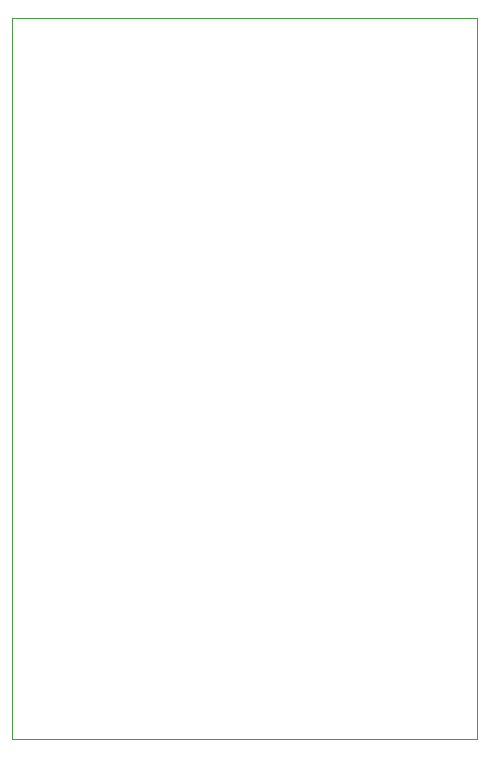
<source format=gbr>
G04 #@! TF.GenerationSoftware,KiCad,Pcbnew,(5.0.1-3-g963ef8bb5)*
G04 #@! TF.CreationDate,2019-12-09T16:28:53+01:00*
G04 #@! TF.ProjectId,Ps1 to Neogeo Adpator,50733120746F204E656F67656F204164,rev?*
G04 #@! TF.SameCoordinates,Original*
G04 #@! TF.FileFunction,Profile,NP*
%FSLAX46Y46*%
G04 Gerber Fmt 4.6, Leading zero omitted, Abs format (unit mm)*
G04 Created by KiCad (PCBNEW (5.0.1-3-g963ef8bb5)) date Lundi 09 décembre 2019 à 16:28:53*
%MOMM*%
%LPD*%
G01*
G04 APERTURE LIST*
%ADD10C,0.100000*%
G04 APERTURE END LIST*
D10*
X150070000Y-64950000D02*
X150070000Y-126010000D01*
X110750000Y-64950000D02*
X150070000Y-64950000D01*
X110750000Y-126010000D02*
X110750000Y-64950000D01*
X150070000Y-126010000D02*
X110750000Y-126010000D01*
M02*

</source>
